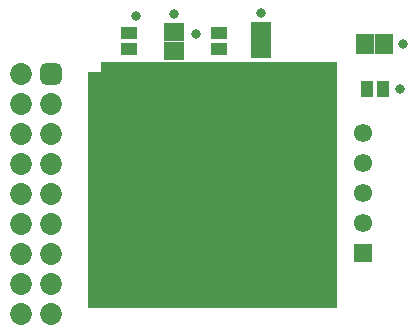
<source format=gts>
G04*
G04 #@! TF.GenerationSoftware,Altium Limited,Altium Designer,22.7.1 (60)*
G04*
G04 Layer_Color=8388736*
%FSLAX44Y44*%
%MOMM*%
G71*
G04*
G04 #@! TF.SameCoordinates,A4F2FA5D-D4EF-4288-9AD8-153C25E8CDF2*
G04*
G04*
G04 #@! TF.FilePolarity,Negative*
G04*
G01*
G75*
%ADD18R,1.1046X1.3562*%
%ADD20R,1.3562X1.1046*%
G04:AMPARAMS|DCode=21|XSize=0.4572mm|YSize=0.3556mm|CornerRadius=0.1397mm|HoleSize=0mm|Usage=FLASHONLY|Rotation=0.000|XOffset=0mm|YOffset=0mm|HoleType=Round|Shape=RoundedRectangle|*
%AMROUNDEDRECTD21*
21,1,0.4572,0.0762,0,0,0.0*
21,1,0.1778,0.3556,0,0,0.0*
1,1,0.2794,0.0889,-0.0381*
1,1,0.2794,-0.0889,-0.0381*
1,1,0.2794,-0.0889,0.0381*
1,1,0.2794,0.0889,0.0381*
%
%ADD21ROUNDEDRECTD21*%
G04:AMPARAMS|DCode=22|XSize=0.7112mm|YSize=0.3556mm|CornerRadius=0.1397mm|HoleSize=0mm|Usage=FLASHONLY|Rotation=0.000|XOffset=0mm|YOffset=0mm|HoleType=Round|Shape=RoundedRectangle|*
%AMROUNDEDRECTD22*
21,1,0.7112,0.0762,0,0,0.0*
21,1,0.4318,0.3556,0,0,0.0*
1,1,0.2794,0.2159,-0.0381*
1,1,0.2794,-0.2159,-0.0381*
1,1,0.2794,-0.2159,0.0381*
1,1,0.2794,0.2159,0.0381*
%
%ADD22ROUNDEDRECTD22*%
G04:AMPARAMS|DCode=23|XSize=0.7112mm|YSize=0.3556mm|CornerRadius=0.1397mm|HoleSize=0mm|Usage=FLASHONLY|Rotation=270.000|XOffset=0mm|YOffset=0mm|HoleType=Round|Shape=RoundedRectangle|*
%AMROUNDEDRECTD23*
21,1,0.7112,0.0762,0,0,270.0*
21,1,0.4318,0.3556,0,0,270.0*
1,1,0.2794,-0.0381,-0.2159*
1,1,0.2794,-0.0381,0.2159*
1,1,0.2794,0.0381,0.2159*
1,1,0.2794,0.0381,-0.2159*
%
%ADD23ROUNDEDRECTD23*%
%ADD24R,1.5032X1.6532*%
%ADD25R,1.6532X1.5032*%
%ADD26C,1.5500*%
%ADD27R,1.5500X1.5500*%
%ADD28C,1.8532*%
G04:AMPARAMS|DCode=29|XSize=1.8532mm|YSize=1.8532mm|CornerRadius=0.5141mm|HoleSize=0mm|Usage=FLASHONLY|Rotation=270.000|XOffset=0mm|YOffset=0mm|HoleType=Round|Shape=RoundedRectangle|*
%AMROUNDEDRECTD29*
21,1,1.8532,0.8250,0,0,270.0*
21,1,0.8250,1.8532,0,0,270.0*
1,1,1.0282,-0.4125,-0.4125*
1,1,1.0282,-0.4125,0.4125*
1,1,1.0282,0.4125,0.4125*
1,1,1.0282,0.4125,-0.4125*
%
%ADD29ROUNDEDRECTD29*%
%ADD30C,0.8382*%
G36*
X297688Y255778D02*
Y55626D01*
X87376D01*
Y255778D01*
X98552D01*
Y264414D01*
X297688D01*
Y255778D01*
D02*
G37*
D18*
X337258Y241300D02*
D03*
X323142D02*
D03*
D20*
X121920Y288998D02*
D03*
Y274882D02*
D03*
X198120Y288998D02*
D03*
Y274882D02*
D03*
D21*
X209550Y168148D02*
D03*
Y154178D02*
D03*
Y146812D02*
D03*
X203200Y177800D02*
D03*
X200152D02*
D03*
X197104D02*
D03*
X192786Y136144D02*
D03*
X194056Y177800D02*
D03*
X209550Y143002D02*
D03*
D22*
X166370Y132588D02*
D03*
Y135636D02*
D03*
Y138684D02*
D03*
Y141732D02*
D03*
Y144780D02*
D03*
Y147828D02*
D03*
Y150876D02*
D03*
Y153924D02*
D03*
Y156972D02*
D03*
Y160020D02*
D03*
Y163068D02*
D03*
X218694Y172212D02*
D03*
X232156Y149860D02*
D03*
Y165100D02*
D03*
Y162052D02*
D03*
X218694Y155956D02*
D03*
X166370Y186690D02*
D03*
Y169164D02*
D03*
Y176022D02*
D03*
Y181102D02*
D03*
Y166116D02*
D03*
D03*
D23*
X185166Y185674D02*
D03*
D24*
X322200Y279400D02*
D03*
X338200D02*
D03*
D25*
X233680Y274875D02*
D03*
Y290875D02*
D03*
X160020Y273940D02*
D03*
Y289940D02*
D03*
D26*
X320040Y204470D02*
D03*
Y179070D02*
D03*
Y153670D02*
D03*
Y128270D02*
D03*
D27*
Y102870D02*
D03*
D28*
X30480Y101600D02*
D03*
X55880D02*
D03*
X30480Y177800D02*
D03*
X55880D02*
D03*
X30480Y203200D02*
D03*
X55880D02*
D03*
X30480Y254000D02*
D03*
X55880Y228600D02*
D03*
X30480D02*
D03*
X55880Y152400D02*
D03*
X30480D02*
D03*
X55880Y127000D02*
D03*
X30480D02*
D03*
X55880Y76200D02*
D03*
Y50800D02*
D03*
X30480Y76200D02*
D03*
Y50800D02*
D03*
D29*
X55880Y254000D02*
D03*
D30*
X209550Y177800D02*
D03*
X175514D02*
D03*
Y136144D02*
D03*
X209550D02*
D03*
X179070Y288290D02*
D03*
X128270Y303530D02*
D03*
X233680Y306070D02*
D03*
X160020Y304800D02*
D03*
X351790Y241300D02*
D03*
X354330Y279400D02*
D03*
M02*

</source>
